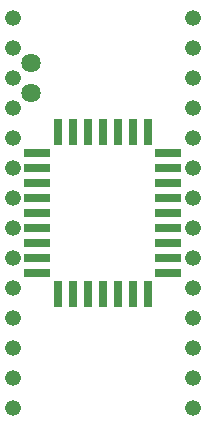
<source format=gbr>
G04 EAGLE Gerber RS-274X export*
G75*
%MOMM*%
%FSLAX34Y34*%
%LPD*%
%INSoldermask Top*%
%IPPOS*%
%AMOC8*
5,1,8,0,0,1.08239X$1,22.5*%
G01*
%ADD10R,0.727000X2.327000*%
%ADD11R,2.327000X0.727000*%
%ADD12C,1.627000*%
%ADD13C,1.327000*%


D10*
X76200Y246100D03*
X63500Y246100D03*
X50800Y246100D03*
X38100Y246100D03*
D11*
X20600Y228600D03*
X20600Y215900D03*
X20600Y203200D03*
X20600Y190500D03*
X20600Y177800D03*
X20600Y165100D03*
X20600Y152400D03*
X20600Y139700D03*
X20600Y127000D03*
D10*
X38100Y109500D03*
X50800Y109500D03*
X63500Y109500D03*
X76200Y109500D03*
X88900Y109500D03*
X101600Y109500D03*
X114300Y109500D03*
D11*
X131800Y127000D03*
X131800Y139700D03*
X131800Y152400D03*
X131800Y165100D03*
X131800Y177800D03*
X131800Y190500D03*
X131800Y203200D03*
X131800Y215900D03*
X131800Y228600D03*
D10*
X114300Y246100D03*
X101600Y246100D03*
X88900Y246100D03*
D12*
X15875Y279400D03*
X15875Y304800D03*
D13*
X0Y342900D03*
X0Y190500D03*
X152400Y114300D03*
X152400Y139700D03*
X152400Y165100D03*
X152400Y190500D03*
X152400Y215900D03*
X152400Y241300D03*
X152400Y266700D03*
X152400Y292100D03*
X0Y266700D03*
X0Y241300D03*
X0Y165100D03*
X0Y215900D03*
X152400Y317500D03*
X0Y292500D03*
X0Y317500D03*
X152400Y342900D03*
X152400Y88900D03*
X152400Y63500D03*
X152400Y38100D03*
X0Y12700D03*
X0Y38100D03*
X0Y63500D03*
X0Y88900D03*
X0Y114300D03*
X0Y139700D03*
X152400Y12700D03*
M02*

</source>
